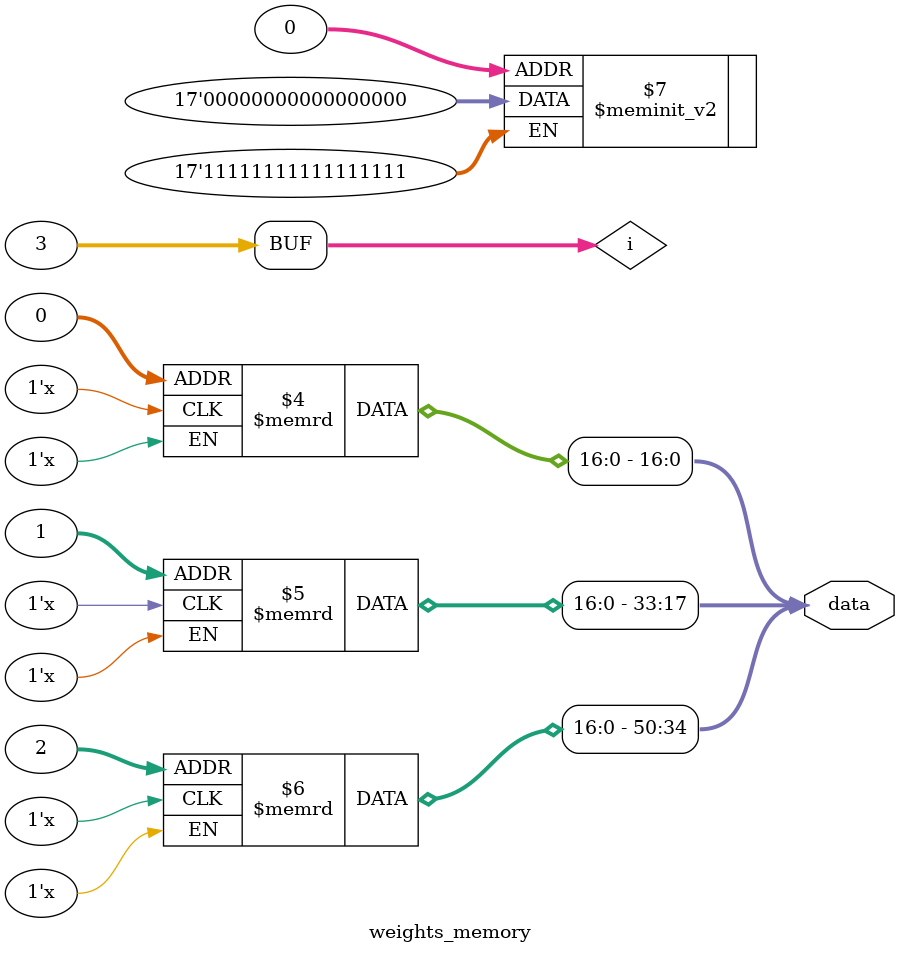
<source format=v>
`timescale 1ns/1ns

module weights_memory (data);
parameter INPUT_NUMBER = 2;
parameter W_WIDTH = 17;
parameter LAYERID = 1;
parameter NODEID = 1;

output reg [W_WIDTH * (INPUT_NUMBER + 1) - 1:0] data;

(*ram_style = "block"*) reg [W_WIDTH-1:0] memory [0:INPUT_NUMBER];

`ifdef SYNTHESIS
	initial memory[0] = 0;
`else
	integer               				data_in_file    ; // file handler
	integer               				scan_in_file    ; // file handler
	reg   signed [W_WIDTH-1:0] 		captured_data_in;
	integer c;
	initial begin
		// load weight files
		data_in_file = $fopen($sformatf("weights/layer_%1d_%1d_w.mem",LAYERID, NODEID), "r");
		//initialize weight
		for(c=0; c <= INPUT_NUMBER; c= c + 1) begin
			$fscanf(data_in_file, "%h/n", captured_data_in); 
			if (!$feof(data_in_file)) begin
				memory[c] = captured_data_in;
			end
		end
	end
`endif


integer i;
always @* begin
	for (i = 0; i <= INPUT_NUMBER; i=i+1) begin
        data[i*W_WIDTH +: W_WIDTH] = memory[i];
    end
end
endmodule

</source>
